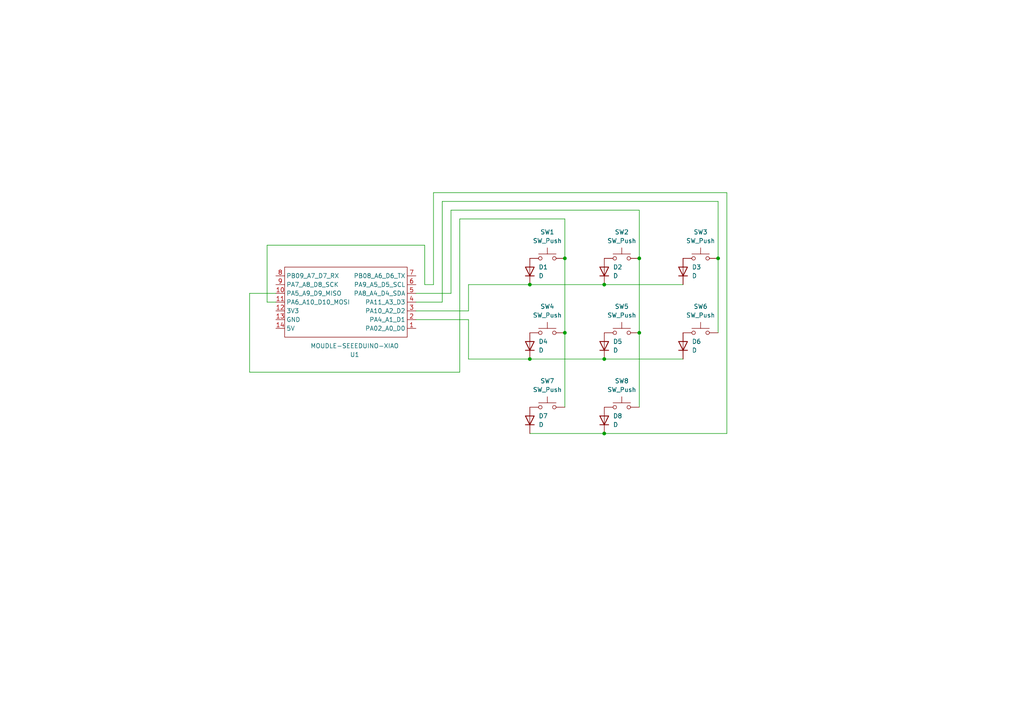
<source format=kicad_sch>
(kicad_sch (version 20211123) (generator eeschema)
  (paper "A4")
  (lib_symbols
    (symbol "Device:D" (pin_numbers hide) (pin_names (offset 1.016) hide)
      (property "Reference" "D" (at 0 2.54 0))
      (property "Value" "D" (at 0 -2.54 0))
      (symbol "D_0_1"
        (polyline (pts (xy -1.27 1.27) (xy -1.27 -1.27)) (stroke (width 0.254)))
        (polyline (pts (xy 1.27 0) (xy -1.27 0)))
        (polyline (pts (xy 1.27 1.27) (xy 1.27 -1.27) (xy -1.27 0) (xy 1.27 1.27)) (stroke (width 0.254)))
      )
      (symbol "D_1_1"
        (pin passive line (at -3.81 0 0) (length 2.54) (name "K") (number "1"))
        (pin passive line (at 3.81 0 180) (length 2.54) (name "A") (number "2"))
      )
    )
    (symbol "Switch:SW_Push" (pin_numbers hide) (pin_names (offset 1.016) hide)
      (property "Reference" "SW" (at 1.27 2.54 0))
      (property "Value" "SW_Push" (at 0 -1.524 0))
      (symbol "SW_Push_0_1"
        (circle (center -2.032 0) (radius 0.508))
        (polyline (pts (xy 0 1.27) (xy 0 3.048)))
        (polyline (pts (xy 2.54 1.27) (xy -2.54 1.27)))
        (circle (center 2.032 0) (radius 0.508))
        (pin passive line (at -5.08 0 0) (length 2.54) (name "1") (number "1"))
        (pin passive line (at 5.08 0 180) (length 2.54) (name "2") (number "2"))
      )
    )
    (symbol "Xiao RP2040:MOUDLE-SEEEDUINO-XIAO"
      (property "Reference" "U1" (at -1.27 15.24 0))
      (property "Value" "MOUDLE-SEEEDUINO-XIAO" (at -1.27 12.7 0))
      (symbol "MOUDLE-SEEEDUINO-XIAO_0_1"
        (rectangle (start -16.51 10.16) (end 19.05 -10.16))
      )
      (symbol "MOUDLE-SEEEDUINO-XIAO_1_1"
        (pin unspecified line (at -19.05 7.62 0) (length 2.54) (name "PA02_A0_D0") (number "1"))
        (pin unspecified line (at 21.59 -2.54 180) (length 2.54) (name "PA5_A9_D9_MISO") (number "10"))
        (pin unspecified line (at 21.59 0 180) (length 2.54) (name "PA6_A10_D10_MOSI") (number "11"))
        (pin unspecified line (at 21.59 2.54 180) (length 2.54) (name "3V3") (number "12"))
        (pin unspecified line (at 21.59 5.08 180) (length 2.54) (name "GND") (number "13"))
        (pin unspecified line (at 21.59 7.62 180) (length 2.54) (name "5V") (number "14"))
        (pin unspecified line (at -19.05 5.08 0) (length 2.54) (name "PA4_A1_D1") (number "2"))
        (pin unspecified line (at -19.05 2.54 0) (length 2.54) (name "PA10_A2_D2") (number "3"))
        (pin unspecified line (at -19.05 0 0) (length 2.54) (name "PA11_A3_D3") (number "4"))
        (pin unspecified line (at -19.05 -2.54 0) (length 2.54) (name "PA8_A4_D4_SDA") (number "5"))
        (pin unspecified line (at -19.05 -5.08 0) (length 2.54) (name "PA9_A5_D5_SCL") (number "6"))
        (pin unspecified line (at -19.05 -7.62 0) (length 2.54) (name "PB08_A6_D6_TX") (number "7"))
        (pin unspecified line (at 21.59 -7.62 180) (length 2.54) (name "PB09_A7_D7_RX") (number "8"))
        (pin unspecified line (at 21.59 -5.08 180) (length 2.54) (name "PA7_A8_D8_SCK") (number "9"))
      )
    )
  )
  (junction (at 175.26 82.55))
  (junction (at 163.83 96.52))
  (junction (at 163.83 74.93))
  (junction (at 175.26 125.73))
  (junction (at 185.42 74.93))
  (junction (at 153.67 82.55))
  (junction (at 208.28 74.93))
  (junction (at 175.26 104.14))
  (junction (at 153.67 104.14))
  (junction (at 185.42 96.52))
  (wire (pts (xy 208.28 58.42) (xy 128.27 58.42)))
  (wire (pts (xy 185.42 74.93) (xy 185.42 60.96)))
  (wire (pts (xy 125.73 55.88) (xy 210.82 55.88)))
  (wire (pts (xy 123.19 71.12) (xy 77.47 71.12)))
  (wire (pts (xy 153.67 125.73) (xy 175.26 125.73)))
  (wire (pts (xy 77.47 71.12) (xy 77.47 87.63)))
  (wire (pts (xy 185.42 96.52) (xy 185.42 118.11)))
  (wire (pts (xy 133.35 63.5) (xy 163.83 63.5)))
  (wire (pts (xy 153.67 82.55) (xy 135.89 82.55)))
  (wire (pts (xy 120.65 87.63) (xy 128.27 87.63)))
  (wire (pts (xy 133.35 63.5) (xy 133.35 107.95)))
  (wire (pts (xy 128.27 58.42) (xy 128.27 87.63)))
  (wire (pts (xy 135.89 104.14) (xy 135.89 92.71)))
  (wire (pts (xy 153.67 82.55) (xy 175.26 82.55)))
  (wire (pts (xy 125.73 82.55) (xy 123.19 82.55)))
  (wire (pts (xy 135.89 82.55) (xy 135.89 90.17)))
  (wire (pts (xy 135.89 92.71) (xy 120.65 92.71)))
  (wire (pts (xy 72.39 85.09) (xy 80.01 85.09)))
  (wire (pts (xy 185.42 74.93) (xy 185.42 96.52)))
  (wire (pts (xy 163.83 74.93) (xy 163.83 63.5)))
  (wire (pts (xy 153.67 104.14) (xy 175.26 104.14)))
  (wire (pts (xy 72.39 107.95) (xy 72.39 85.09)))
  (wire (pts (xy 123.19 82.55) (xy 123.19 71.12)))
  (wire (pts (xy 210.82 125.73) (xy 175.26 125.73)))
  (wire (pts (xy 208.28 74.93) (xy 208.28 58.42)))
  (wire (pts (xy 133.35 107.95) (xy 72.39 107.95)))
  (wire (pts (xy 163.83 96.52) (xy 163.83 118.11)))
  (wire (pts (xy 208.28 74.93) (xy 208.28 96.52)))
  (wire (pts (xy 130.81 60.96) (xy 130.81 85.09)))
  (wire (pts (xy 153.67 104.14) (xy 135.89 104.14)))
  (wire (pts (xy 120.65 90.17) (xy 135.89 90.17)))
  (wire (pts (xy 125.73 82.55) (xy 125.73 55.88)))
  (wire (pts (xy 163.83 74.93) (xy 163.83 96.52)))
  (wire (pts (xy 175.26 104.14) (xy 198.12 104.14)))
  (wire (pts (xy 210.82 55.88) (xy 210.82 125.73)))
  (wire (pts (xy 77.47 87.63) (xy 80.01 87.63)))
  (wire (pts (xy 185.42 60.96) (xy 130.81 60.96)))
  (wire (pts (xy 175.26 82.55) (xy 198.12 82.55)))
  (wire (pts (xy 130.81 85.09) (xy 120.65 85.09)))
  (symbol (lib_id "Device:D") (at 175.26 78.74 90) (unit 1)
    (property "Reference" "D2" (at 177.8 77.4699 90) (effects (justify right)))
    (property "Value" "D" (at 177.8 80.0099 90) (effects (justify right)))
    (property "Footprint" "Diode_SMD:D_SOD-123" (effects hide))
  )
  (symbol (lib_id "Device:D") (at 175.26 121.92 90) (unit 1)
    (property "Reference" "D8" (at 177.8 120.6499 90) (effects (justify right)))
    (property "Value" "D" (at 177.8 123.1899 90) (effects (justify right)))
    (property "Footprint" "Diode_SMD:D_SOD-123" (effects hide))
  )
  (symbol (lib_id "Switch:SW_Push") (at 203.2 96.52 0) (unit 1)
    (property "Reference" "SW6" (at 203.2 88.9 0))
    (property "Value" "SW_Push" (at 203.2 91.44 0))
    (property "Footprint" "Button_Switch_Keyboard:SW_Cherry_MX_1.00u_PCB" (effects hide))
  )
  (symbol (lib_id "Switch:SW_Push") (at 180.34 74.93 0) (unit 1)
    (property "Reference" "SW2" (at 180.34 67.31 0))
    (property "Value" "SW_Push" (at 180.34 69.85 0))
    (property "Footprint" "Button_Switch_Keyboard:SW_Cherry_MX_1.00u_PCB" (effects hide))
  )
  (symbol (lib_id "Device:D") (at 153.67 121.92 90) (unit 1)
    (property "Reference" "D7" (at 156.21 120.6499 90) (effects (justify right)))
    (property "Value" "D" (at 156.21 123.1899 90) (effects (justify right)))
    (property "Footprint" "Diode_SMD:D_SOD-123" (effects hide))
  )
  (symbol (lib_id "Xiao RP2040:MOUDLE-SEEEDUINO-XIAO") (at 101.6 87.63 180) (unit 1)
    (property "Reference" "U1" (at 102.87 102.87 0))
    (property "Value" "MOUDLE-SEEEDUINO-XIAO" (at 102.87 100.33 0))
    (property "Footprint" "seed_xiao_rpi_2040:MOUDLE14P-2.54-21X17.8MM" (effects hide))
  )
  (symbol (lib_id "Device:D") (at 153.67 78.74 90) (unit 1)
    (property "Reference" "D1" (at 156.21 77.4699 90) (effects (justify right)))
    (property "Value" "D" (at 156.21 80.0099 90) (effects (justify right)))
    (property "Footprint" "Diode_SMD:D_SOD-123" (effects hide))
  )
  (symbol (lib_id "Switch:SW_Push") (at 158.75 118.11 0) (unit 1)
    (property "Reference" "SW7" (at 158.75 110.49 0))
    (property "Value" "SW_Push" (at 158.75 113.03 0))
    (property "Footprint" "Button_Switch_Keyboard:SW_Cherry_MX_1.00u_PCB" (effects hide))
  )
  (symbol (lib_id "Switch:SW_Push") (at 158.75 74.93 0) (unit 1)
    (property "Reference" "SW1" (at 158.75 67.31 0))
    (property "Value" "SW_Push" (at 158.75 69.85 0))
    (property "Footprint" "Button_Switch_Keyboard:SW_Cherry_MX_1.00u_PCB" (effects hide))
  )
  (symbol (lib_id "Device:D") (at 153.67 100.33 90) (unit 1)
    (property "Reference" "D4" (at 156.21 99.0599 90) (effects (justify right)))
    (property "Value" "D" (at 156.21 101.5999 90) (effects (justify right)))
    (property "Footprint" "Diode_SMD:D_SOD-123" (effects hide))
  )
  (symbol (lib_id "Switch:SW_Push") (at 203.2 74.93 0) (unit 1)
    (property "Reference" "SW3" (at 203.2 67.31 0))
    (property "Value" "SW_Push" (at 203.2 69.85 0))
    (property "Footprint" "Button_Switch_Keyboard:SW_Cherry_MX_1.00u_PCB" (effects hide))
  )
  (symbol (lib_id "Device:D") (at 175.26 100.33 90) (unit 1)
    (property "Reference" "D5" (at 177.8 99.0599 90) (effects (justify right)))
    (property "Value" "D" (at 177.8 101.5999 90) (effects (justify right)))
    (property "Footprint" "Diode_SMD:D_SOD-123" (effects hide))
  )
  (symbol (lib_id "Switch:SW_Push") (at 180.34 118.11 0) (unit 1)
    (property "Reference" "SW8" (at 180.34 110.49 0))
    (property "Value" "SW_Push" (at 180.34 113.03 0))
    (property "Footprint" "Button_Switch_Keyboard:SW_Cherry_MX_1.00u_PCB" (effects hide))
  )
  (symbol (lib_id "Device:D") (at 198.12 78.74 90) (unit 1)
    (property "Reference" "D3" (at 200.66 77.4699 90) (effects (justify right)))
    (property "Value" "D" (at 200.66 80.0099 90) (effects (justify right)))
    (property "Footprint" "Diode_SMD:D_SOD-123" (effects hide))
  )
  (symbol (lib_id "Switch:SW_Push") (at 158.75 96.52 0) (unit 1)
    (property "Reference" "SW4" (at 158.75 88.9 0))
    (property "Value" "SW_Push" (at 158.75 91.44 0))
    (property "Footprint" "Button_Switch_Keyboard:SW_Cherry_MX_1.00u_PCB" (effects hide))
  )
  (symbol (lib_id "Switch:SW_Push") (at 180.34 96.52 0) (unit 1)
    (property "Reference" "SW5" (at 180.34 88.9 0))
    (property "Value" "SW_Push" (at 180.34 91.44 0))
    (property "Footprint" "Button_Switch_Keyboard:SW_Cherry_MX_1.00u_PCB" (effects hide))
  )
  (symbol (lib_id "Device:D") (at 198.12 100.33 90) (unit 1)
    (property "Reference" "D6" (at 200.66 99.0599 90) (effects (justify right)))
    (property "Value" "D" (at 200.66 101.5999 90) (effects (justify right)))
    (property "Footprint" "Diode_SMD:D_SOD-123" (effects hide))
  )
)
</source>
